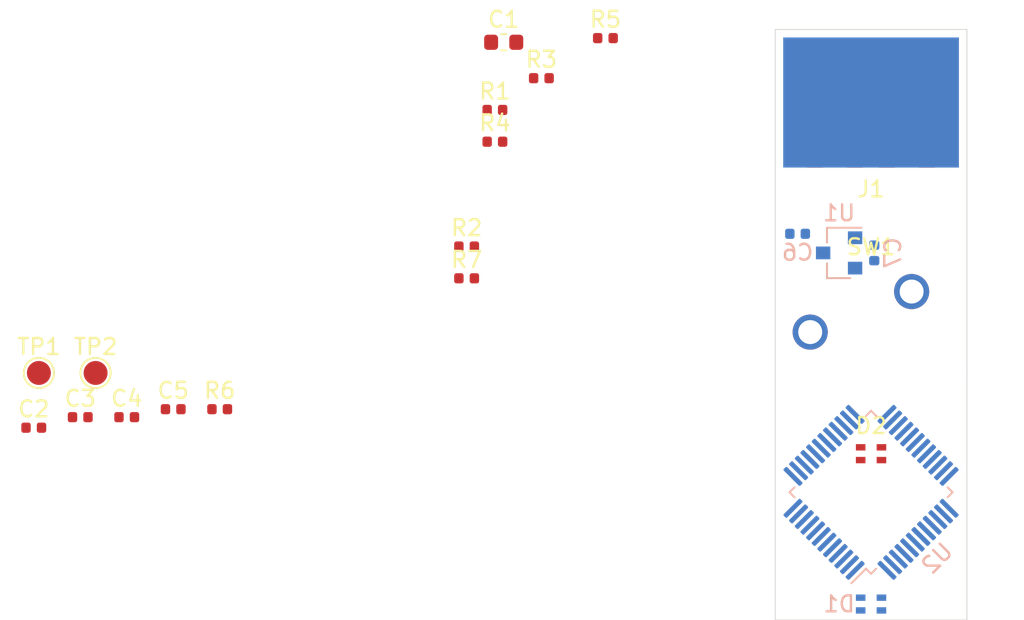
<source format=kicad_pcb>
(kicad_pcb (version 20171130) (host pcbnew 5.1.6)

  (general
    (thickness 1.6)
    (drawings 4)
    (tracks 0)
    (zones 0)
    (modules 22)
    (nets 48)
  )

  (page A4)
  (layers
    (0 F.Cu signal)
    (31 B.Cu signal)
    (32 B.Adhes user)
    (33 F.Adhes user)
    (34 B.Paste user)
    (35 F.Paste user)
    (36 B.SilkS user)
    (37 F.SilkS user)
    (38 B.Mask user)
    (39 F.Mask user)
    (40 Dwgs.User user)
    (41 Cmts.User user)
    (42 Eco1.User user)
    (43 Eco2.User user)
    (44 Edge.Cuts user)
    (45 Margin user)
    (46 B.CrtYd user)
    (47 F.CrtYd user)
    (48 B.Fab user)
    (49 F.Fab user)
  )

  (setup
    (last_trace_width 0.25)
    (trace_clearance 0.2)
    (zone_clearance 0.508)
    (zone_45_only no)
    (trace_min 0.2)
    (via_size 0.8)
    (via_drill 0.4)
    (via_min_size 0.6)
    (via_min_drill 0.3)
    (uvia_size 0.3)
    (uvia_drill 0.1)
    (uvias_allowed no)
    (uvia_min_size 0.2)
    (uvia_min_drill 0.1)
    (edge_width 0.05)
    (segment_width 0.2)
    (pcb_text_width 0.3)
    (pcb_text_size 1.5 1.5)
    (mod_edge_width 0.12)
    (mod_text_size 1 1)
    (mod_text_width 0.15)
    (pad_size 1.524 1.524)
    (pad_drill 0.762)
    (pad_to_mask_clearance 0.05)
    (aux_axis_origin 0 0)
    (visible_elements FFFFF77F)
    (pcbplotparams
      (layerselection 0x010fc_ffffffff)
      (usegerberextensions false)
      (usegerberattributes true)
      (usegerberadvancedattributes true)
      (creategerberjobfile true)
      (excludeedgelayer true)
      (linewidth 0.100000)
      (plotframeref false)
      (viasonmask false)
      (mode 1)
      (useauxorigin false)
      (hpglpennumber 1)
      (hpglpenspeed 20)
      (hpglpendiameter 15.000000)
      (psnegative false)
      (psa4output false)
      (plotreference true)
      (plotvalue true)
      (plotinvisibletext false)
      (padsonsilk false)
      (subtractmaskfromsilk false)
      (outputformat 1)
      (mirror false)
      (drillshape 1)
      (scaleselection 1)
      (outputdirectory ""))
  )

  (net 0 "")
  (net 1 GND)
  (net 2 +3V3)
  (net 3 VBUS)
  (net 4 "Net-(D1-Pad4)")
  (net 5 "Net-(D1-Pad3)")
  (net 6 "Net-(D1-Pad1)")
  (net 7 "Net-(D2-Pad4)")
  (net 8 "Net-(D2-Pad3)")
  (net 9 "Net-(D2-Pad1)")
  (net 10 /D+)
  (net 11 /D-)
  (net 12 /BTN1)
  (net 13 /LED1_R)
  (net 14 /LED1_G)
  (net 15 /LED1_B)
  (net 16 /LED2_R)
  (net 17 /LED2_G)
  (net 18 /LED2_B)
  (net 19 /SWDIO)
  (net 20 /SWCLK)
  (net 21 "Net-(U2-Pad46)")
  (net 22 "Net-(U2-Pad45)")
  (net 23 "Net-(U2-Pad43)")
  (net 24 "Net-(U2-Pad42)")
  (net 25 "Net-(U2-Pad40)")
  (net 26 "Net-(U2-Pad39)")
  (net 27 "Net-(U2-Pad38)")
  (net 28 "Net-(U2-Pad31)")
  (net 29 "Net-(U2-Pad30)")
  (net 30 "Net-(U2-Pad29)")
  (net 31 "Net-(U2-Pad28)")
  (net 32 "Net-(U2-Pad27)")
  (net 33 "Net-(U2-Pad26)")
  (net 34 "Net-(U2-Pad25)")
  (net 35 "Net-(U2-Pad22)")
  (net 36 "Net-(U2-Pad21)")
  (net 37 "Net-(U2-Pad20)")
  (net 38 "Net-(U2-Pad17)")
  (net 39 "Net-(U2-Pad16)")
  (net 40 "Net-(U2-Pad15)")
  (net 41 "Net-(U2-Pad14)")
  (net 42 "Net-(U2-Pad7)")
  (net 43 "Net-(U2-Pad6)")
  (net 44 "Net-(U2-Pad5)")
  (net 45 "Net-(U2-Pad4)")
  (net 46 "Net-(U2-Pad3)")
  (net 47 "Net-(U2-Pad2)")

  (net_class Default "This is the default net class."
    (clearance 0.2)
    (trace_width 0.25)
    (via_dia 0.8)
    (via_drill 0.4)
    (uvia_dia 0.3)
    (uvia_drill 0.1)
    (add_net +3V3)
    (add_net /BTN1)
    (add_net /D+)
    (add_net /D-)
    (add_net /LED1_B)
    (add_net /LED1_G)
    (add_net /LED1_R)
    (add_net /LED2_B)
    (add_net /LED2_G)
    (add_net /LED2_R)
    (add_net /SWCLK)
    (add_net /SWDIO)
    (add_net GND)
    (add_net "Net-(D1-Pad1)")
    (add_net "Net-(D1-Pad3)")
    (add_net "Net-(D1-Pad4)")
    (add_net "Net-(D2-Pad1)")
    (add_net "Net-(D2-Pad3)")
    (add_net "Net-(D2-Pad4)")
    (add_net "Net-(U2-Pad14)")
    (add_net "Net-(U2-Pad15)")
    (add_net "Net-(U2-Pad16)")
    (add_net "Net-(U2-Pad17)")
    (add_net "Net-(U2-Pad2)")
    (add_net "Net-(U2-Pad20)")
    (add_net "Net-(U2-Pad21)")
    (add_net "Net-(U2-Pad22)")
    (add_net "Net-(U2-Pad25)")
    (add_net "Net-(U2-Pad26)")
    (add_net "Net-(U2-Pad27)")
    (add_net "Net-(U2-Pad28)")
    (add_net "Net-(U2-Pad29)")
    (add_net "Net-(U2-Pad3)")
    (add_net "Net-(U2-Pad30)")
    (add_net "Net-(U2-Pad31)")
    (add_net "Net-(U2-Pad38)")
    (add_net "Net-(U2-Pad39)")
    (add_net "Net-(U2-Pad4)")
    (add_net "Net-(U2-Pad40)")
    (add_net "Net-(U2-Pad42)")
    (add_net "Net-(U2-Pad43)")
    (add_net "Net-(U2-Pad45)")
    (add_net "Net-(U2-Pad46)")
    (add_net "Net-(U2-Pad5)")
    (add_net "Net-(U2-Pad6)")
    (add_net "Net-(U2-Pad7)")
    (add_net VBUS)
  )

  (module Button_Switch_Keyboard:SW_Cherry_MX_1.00u_PCB (layer F.Cu) (tedit 5F944CC9) (tstamp 5F92DCF2)
    (at 152.54 66.42)
    (descr "Cherry MX keyswitch, 1.00u, PCB mount, http://cherryamericas.com/wp-content/uploads/2014/12/mx_cat.pdf")
    (tags "Cherry MX keyswitch 1.00u PCB")
    (path /5F925207)
    (fp_text reference SW1 (at -2.54 -2.794) (layer F.SilkS)
      (effects (font (size 1 1) (thickness 0.15)))
    )
    (fp_text value MXxx-xxxx (at -2.54 12.954) (layer F.Fab)
      (effects (font (size 1 1) (thickness 0.15)))
    )
    (fp_line (start -8.89 -1.27) (end 3.81 -1.27) (layer F.Fab) (width 0.1))
    (fp_line (start 3.81 -1.27) (end 3.81 11.43) (layer F.Fab) (width 0.1))
    (fp_line (start 3.81 11.43) (end -8.89 11.43) (layer F.Fab) (width 0.1))
    (fp_line (start -8.89 11.43) (end -8.89 -1.27) (layer F.Fab) (width 0.1))
    (fp_line (start -9.14 11.68) (end -9.14 -1.52) (layer F.CrtYd) (width 0.05))
    (fp_line (start 4.06 11.68) (end -9.14 11.68) (layer F.CrtYd) (width 0.05))
    (fp_line (start 4.06 -1.52) (end 4.06 11.68) (layer F.CrtYd) (width 0.05))
    (fp_line (start -9.14 -1.52) (end 4.06 -1.52) (layer F.CrtYd) (width 0.05))
    (fp_line (start -12.065 -4.445) (end 6.985 -4.445) (layer Dwgs.User) (width 0.15))
    (fp_line (start 6.985 -4.445) (end 6.985 14.605) (layer Dwgs.User) (width 0.15))
    (fp_line (start 6.985 14.605) (end -12.065 14.605) (layer Dwgs.User) (width 0.15))
    (fp_line (start -12.065 14.605) (end -12.065 -4.445) (layer Dwgs.User) (width 0.15))
    (fp_text user %R (at -2.54 -2.794) (layer F.Fab)
      (effects (font (size 1 1) (thickness 0.15)))
    )
    (pad "" np_thru_hole circle (at 2.54 5.08) (size 1.7 1.7) (drill 1.7) (layers *.Cu *.Mask))
    (pad "" np_thru_hole circle (at -7.62 5.08) (size 1.7 1.7) (drill 1.7) (layers *.Cu *.Mask))
    (pad "" np_thru_hole circle (at -2.54 5.08) (size 4 4) (drill 4) (layers *.Cu *.Mask))
    (pad 2 thru_hole circle (at -6.35 2.54) (size 2.2 2.2) (drill 1.5) (layers *.Cu *.Mask)
      (net 2 +3V3))
    (pad 1 thru_hole circle (at 0 0) (size 2.2 2.2) (drill 1.5) (layers *.Cu *.Mask)
      (net 12 /BTN1))
    (model ${KISYS3DMOD}/Button_Switch_Keyboard.3dshapes/SW_Cherry_MX_1.00u_PCB.wrl
      (at (xyz 0 0 0))
      (scale (xyz 1 1 1))
      (rotate (xyz 0 0 0))
    )
  )

  (module Capacitor_SMD:C_0402_1005Metric (layer B.Cu) (tedit 5B301BBE) (tstamp 5F92C15E)
    (at 145.4 62.8)
    (descr "Capacitor SMD 0402 (1005 Metric), square (rectangular) end terminal, IPC_7351 nominal, (Body size source: http://www.tortai-tech.com/upload/download/2011102023233369053.pdf), generated with kicad-footprint-generator")
    (tags capacitor)
    (path /5F93753A)
    (attr smd)
    (fp_text reference C6 (at 0 1.17) (layer B.SilkS)
      (effects (font (size 1 1) (thickness 0.15)) (justify mirror))
    )
    (fp_text value 1u (at 0 -1.17) (layer B.Fab)
      (effects (font (size 1 1) (thickness 0.15)) (justify mirror))
    )
    (fp_line (start -0.5 -0.25) (end -0.5 0.25) (layer B.Fab) (width 0.1))
    (fp_line (start -0.5 0.25) (end 0.5 0.25) (layer B.Fab) (width 0.1))
    (fp_line (start 0.5 0.25) (end 0.5 -0.25) (layer B.Fab) (width 0.1))
    (fp_line (start 0.5 -0.25) (end -0.5 -0.25) (layer B.Fab) (width 0.1))
    (fp_line (start -0.93 -0.47) (end -0.93 0.47) (layer B.CrtYd) (width 0.05))
    (fp_line (start -0.93 0.47) (end 0.93 0.47) (layer B.CrtYd) (width 0.05))
    (fp_line (start 0.93 0.47) (end 0.93 -0.47) (layer B.CrtYd) (width 0.05))
    (fp_line (start 0.93 -0.47) (end -0.93 -0.47) (layer B.CrtYd) (width 0.05))
    (fp_text user %R (at 0 0) (layer B.Fab)
      (effects (font (size 0.25 0.25) (thickness 0.04)) (justify mirror))
    )
    (pad 2 smd roundrect (at 0.485 0) (size 0.59 0.64) (layers B.Cu B.Paste B.Mask) (roundrect_rratio 0.25)
      (net 1 GND))
    (pad 1 smd roundrect (at -0.485 0) (size 0.59 0.64) (layers B.Cu B.Paste B.Mask) (roundrect_rratio 0.25)
      (net 3 VBUS))
    (model ${KISYS3DMOD}/Capacitor_SMD.3dshapes/C_0402_1005Metric.wrl
      (at (xyz 0 0 0))
      (scale (xyz 1 1 1))
      (rotate (xyz 0 0 0))
    )
  )

  (module Package_QFP:LQFP-48_7x7mm_P0.5mm (layer B.Cu) (tedit 5D9F72AF) (tstamp 5F92E9DF)
    (at 150 79 45)
    (descr "LQFP, 48 Pin (https://www.analog.com/media/en/technical-documentation/data-sheets/ltc2358-16.pdf), generated with kicad-footprint-generator ipc_gullwing_generator.py")
    (tags "LQFP QFP")
    (path /5F878F8D)
    (attr smd)
    (fp_text reference U2 (at 0 5.85 45) (layer B.SilkS)
      (effects (font (size 1 1) (thickness 0.15)) (justify mirror))
    )
    (fp_text value STM32F072CBT6 (at 0 -5.85 45) (layer B.Fab)
      (effects (font (size 1 1) (thickness 0.15)) (justify mirror))
    )
    (fp_line (start 3.16 -3.61) (end 3.61 -3.61) (layer B.SilkS) (width 0.12))
    (fp_line (start 3.61 -3.61) (end 3.61 -3.16) (layer B.SilkS) (width 0.12))
    (fp_line (start -3.16 -3.61) (end -3.61 -3.61) (layer B.SilkS) (width 0.12))
    (fp_line (start -3.61 -3.61) (end -3.61 -3.16) (layer B.SilkS) (width 0.12))
    (fp_line (start 3.16 3.61) (end 3.61 3.61) (layer B.SilkS) (width 0.12))
    (fp_line (start 3.61 3.61) (end 3.61 3.16) (layer B.SilkS) (width 0.12))
    (fp_line (start -3.16 3.61) (end -3.61 3.61) (layer B.SilkS) (width 0.12))
    (fp_line (start -3.61 3.61) (end -3.61 3.16) (layer B.SilkS) (width 0.12))
    (fp_line (start -3.61 3.16) (end -4.9 3.16) (layer B.SilkS) (width 0.12))
    (fp_line (start -2.5 3.5) (end 3.5 3.5) (layer B.Fab) (width 0.1))
    (fp_line (start 3.5 3.5) (end 3.5 -3.5) (layer B.Fab) (width 0.1))
    (fp_line (start 3.5 -3.5) (end -3.5 -3.5) (layer B.Fab) (width 0.1))
    (fp_line (start -3.5 -3.5) (end -3.5 2.5) (layer B.Fab) (width 0.1))
    (fp_line (start -3.5 2.5) (end -2.5 3.5) (layer B.Fab) (width 0.1))
    (fp_line (start 0 5.15) (end -3.15 5.15) (layer B.CrtYd) (width 0.05))
    (fp_line (start -3.15 5.15) (end -3.15 3.75) (layer B.CrtYd) (width 0.05))
    (fp_line (start -3.15 3.75) (end -3.75 3.75) (layer B.CrtYd) (width 0.05))
    (fp_line (start -3.75 3.75) (end -3.75 3.15) (layer B.CrtYd) (width 0.05))
    (fp_line (start -3.75 3.15) (end -5.15 3.15) (layer B.CrtYd) (width 0.05))
    (fp_line (start -5.15 3.15) (end -5.15 0) (layer B.CrtYd) (width 0.05))
    (fp_line (start 0 5.15) (end 3.15 5.15) (layer B.CrtYd) (width 0.05))
    (fp_line (start 3.15 5.15) (end 3.15 3.75) (layer B.CrtYd) (width 0.05))
    (fp_line (start 3.15 3.75) (end 3.75 3.75) (layer B.CrtYd) (width 0.05))
    (fp_line (start 3.75 3.75) (end 3.75 3.15) (layer B.CrtYd) (width 0.05))
    (fp_line (start 3.75 3.15) (end 5.15 3.15) (layer B.CrtYd) (width 0.05))
    (fp_line (start 5.15 3.15) (end 5.15 0) (layer B.CrtYd) (width 0.05))
    (fp_line (start 0 -5.15) (end -3.15 -5.15) (layer B.CrtYd) (width 0.05))
    (fp_line (start -3.15 -5.15) (end -3.15 -3.75) (layer B.CrtYd) (width 0.05))
    (fp_line (start -3.15 -3.75) (end -3.75 -3.75) (layer B.CrtYd) (width 0.05))
    (fp_line (start -3.75 -3.75) (end -3.75 -3.15) (layer B.CrtYd) (width 0.05))
    (fp_line (start -3.75 -3.15) (end -5.15 -3.15) (layer B.CrtYd) (width 0.05))
    (fp_line (start -5.15 -3.15) (end -5.15 0) (layer B.CrtYd) (width 0.05))
    (fp_line (start 0 -5.15) (end 3.15 -5.15) (layer B.CrtYd) (width 0.05))
    (fp_line (start 3.15 -5.15) (end 3.15 -3.75) (layer B.CrtYd) (width 0.05))
    (fp_line (start 3.15 -3.75) (end 3.75 -3.75) (layer B.CrtYd) (width 0.05))
    (fp_line (start 3.75 -3.75) (end 3.75 -3.15) (layer B.CrtYd) (width 0.05))
    (fp_line (start 3.75 -3.15) (end 5.15 -3.15) (layer B.CrtYd) (width 0.05))
    (fp_line (start 5.15 -3.15) (end 5.15 0) (layer B.CrtYd) (width 0.05))
    (fp_text user %R (at 0 0 45) (layer B.Fab)
      (effects (font (size 1 1) (thickness 0.15)) (justify mirror))
    )
    (pad 48 smd roundrect (at -2.75 4.1625 45) (size 0.3 1.475) (layers B.Cu B.Paste B.Mask) (roundrect_rratio 0.25)
      (net 2 +3V3))
    (pad 47 smd roundrect (at -2.25 4.1625 45) (size 0.3 1.475) (layers B.Cu B.Paste B.Mask) (roundrect_rratio 0.25)
      (net 1 GND))
    (pad 46 smd roundrect (at -1.75 4.1625 45) (size 0.3 1.475) (layers B.Cu B.Paste B.Mask) (roundrect_rratio 0.25)
      (net 21 "Net-(U2-Pad46)"))
    (pad 45 smd roundrect (at -1.25 4.1625 45) (size 0.3 1.475) (layers B.Cu B.Paste B.Mask) (roundrect_rratio 0.25)
      (net 22 "Net-(U2-Pad45)"))
    (pad 44 smd roundrect (at -0.75 4.1625 45) (size 0.3 1.475) (layers B.Cu B.Paste B.Mask) (roundrect_rratio 0.25)
      (net 12 /BTN1))
    (pad 43 smd roundrect (at -0.25 4.1625 45) (size 0.3 1.475) (layers B.Cu B.Paste B.Mask) (roundrect_rratio 0.25)
      (net 23 "Net-(U2-Pad43)"))
    (pad 42 smd roundrect (at 0.25 4.1625 45) (size 0.3 1.475) (layers B.Cu B.Paste B.Mask) (roundrect_rratio 0.25)
      (net 24 "Net-(U2-Pad42)"))
    (pad 41 smd roundrect (at 0.75 4.1625 45) (size 0.3 1.475) (layers B.Cu B.Paste B.Mask) (roundrect_rratio 0.25)
      (net 18 /LED2_B))
    (pad 40 smd roundrect (at 1.25 4.1625 45) (size 0.3 1.475) (layers B.Cu B.Paste B.Mask) (roundrect_rratio 0.25)
      (net 25 "Net-(U2-Pad40)"))
    (pad 39 smd roundrect (at 1.75 4.1625 45) (size 0.3 1.475) (layers B.Cu B.Paste B.Mask) (roundrect_rratio 0.25)
      (net 26 "Net-(U2-Pad39)"))
    (pad 38 smd roundrect (at 2.25 4.1625 45) (size 0.3 1.475) (layers B.Cu B.Paste B.Mask) (roundrect_rratio 0.25)
      (net 27 "Net-(U2-Pad38)"))
    (pad 37 smd roundrect (at 2.75 4.1625 45) (size 0.3 1.475) (layers B.Cu B.Paste B.Mask) (roundrect_rratio 0.25)
      (net 20 /SWCLK))
    (pad 36 smd roundrect (at 4.1625 2.75 45) (size 1.475 0.3) (layers B.Cu B.Paste B.Mask) (roundrect_rratio 0.25)
      (net 2 +3V3))
    (pad 35 smd roundrect (at 4.1625 2.25 45) (size 1.475 0.3) (layers B.Cu B.Paste B.Mask) (roundrect_rratio 0.25)
      (net 1 GND))
    (pad 34 smd roundrect (at 4.1625 1.75 45) (size 1.475 0.3) (layers B.Cu B.Paste B.Mask) (roundrect_rratio 0.25)
      (net 19 /SWDIO))
    (pad 33 smd roundrect (at 4.1625 1.25 45) (size 1.475 0.3) (layers B.Cu B.Paste B.Mask) (roundrect_rratio 0.25)
      (net 10 /D+))
    (pad 32 smd roundrect (at 4.1625 0.75 45) (size 1.475 0.3) (layers B.Cu B.Paste B.Mask) (roundrect_rratio 0.25)
      (net 11 /D-))
    (pad 31 smd roundrect (at 4.1625 0.25 45) (size 1.475 0.3) (layers B.Cu B.Paste B.Mask) (roundrect_rratio 0.25)
      (net 28 "Net-(U2-Pad31)"))
    (pad 30 smd roundrect (at 4.1625 -0.25 45) (size 1.475 0.3) (layers B.Cu B.Paste B.Mask) (roundrect_rratio 0.25)
      (net 29 "Net-(U2-Pad30)"))
    (pad 29 smd roundrect (at 4.1625 -0.75 45) (size 1.475 0.3) (layers B.Cu B.Paste B.Mask) (roundrect_rratio 0.25)
      (net 30 "Net-(U2-Pad29)"))
    (pad 28 smd roundrect (at 4.1625 -1.25 45) (size 1.475 0.3) (layers B.Cu B.Paste B.Mask) (roundrect_rratio 0.25)
      (net 31 "Net-(U2-Pad28)"))
    (pad 27 smd roundrect (at 4.1625 -1.75 45) (size 1.475 0.3) (layers B.Cu B.Paste B.Mask) (roundrect_rratio 0.25)
      (net 32 "Net-(U2-Pad27)"))
    (pad 26 smd roundrect (at 4.1625 -2.25 45) (size 1.475 0.3) (layers B.Cu B.Paste B.Mask) (roundrect_rratio 0.25)
      (net 33 "Net-(U2-Pad26)"))
    (pad 25 smd roundrect (at 4.1625 -2.75 45) (size 1.475 0.3) (layers B.Cu B.Paste B.Mask) (roundrect_rratio 0.25)
      (net 34 "Net-(U2-Pad25)"))
    (pad 24 smd roundrect (at 2.75 -4.1625 45) (size 0.3 1.475) (layers B.Cu B.Paste B.Mask) (roundrect_rratio 0.25)
      (net 2 +3V3))
    (pad 23 smd roundrect (at 2.25 -4.1625 45) (size 0.3 1.475) (layers B.Cu B.Paste B.Mask) (roundrect_rratio 0.25)
      (net 1 GND))
    (pad 22 smd roundrect (at 1.75 -4.1625 45) (size 0.3 1.475) (layers B.Cu B.Paste B.Mask) (roundrect_rratio 0.25)
      (net 35 "Net-(U2-Pad22)"))
    (pad 21 smd roundrect (at 1.25 -4.1625 45) (size 0.3 1.475) (layers B.Cu B.Paste B.Mask) (roundrect_rratio 0.25)
      (net 36 "Net-(U2-Pad21)"))
    (pad 20 smd roundrect (at 0.75 -4.1625 45) (size 0.3 1.475) (layers B.Cu B.Paste B.Mask) (roundrect_rratio 0.25)
      (net 37 "Net-(U2-Pad20)"))
    (pad 19 smd roundrect (at 0.25 -4.1625 45) (size 0.3 1.475) (layers B.Cu B.Paste B.Mask) (roundrect_rratio 0.25)
      (net 16 /LED2_R))
    (pad 18 smd roundrect (at -0.25 -4.1625 45) (size 0.3 1.475) (layers B.Cu B.Paste B.Mask) (roundrect_rratio 0.25)
      (net 17 /LED2_G))
    (pad 17 smd roundrect (at -0.75 -4.1625 45) (size 0.3 1.475) (layers B.Cu B.Paste B.Mask) (roundrect_rratio 0.25)
      (net 38 "Net-(U2-Pad17)"))
    (pad 16 smd roundrect (at -1.25 -4.1625 45) (size 0.3 1.475) (layers B.Cu B.Paste B.Mask) (roundrect_rratio 0.25)
      (net 39 "Net-(U2-Pad16)"))
    (pad 15 smd roundrect (at -1.75 -4.1625 45) (size 0.3 1.475) (layers B.Cu B.Paste B.Mask) (roundrect_rratio 0.25)
      (net 40 "Net-(U2-Pad15)"))
    (pad 14 smd roundrect (at -2.25 -4.1625 45) (size 0.3 1.475) (layers B.Cu B.Paste B.Mask) (roundrect_rratio 0.25)
      (net 41 "Net-(U2-Pad14)"))
    (pad 13 smd roundrect (at -2.75 -4.1625 45) (size 0.3 1.475) (layers B.Cu B.Paste B.Mask) (roundrect_rratio 0.25)
      (net 12 /BTN1))
    (pad 12 smd roundrect (at -4.1625 -2.75 45) (size 1.475 0.3) (layers B.Cu B.Paste B.Mask) (roundrect_rratio 0.25)
      (net 13 /LED1_R))
    (pad 11 smd roundrect (at -4.1625 -2.25 45) (size 1.475 0.3) (layers B.Cu B.Paste B.Mask) (roundrect_rratio 0.25)
      (net 14 /LED1_G))
    (pad 10 smd roundrect (at -4.1625 -1.75 45) (size 1.475 0.3) (layers B.Cu B.Paste B.Mask) (roundrect_rratio 0.25)
      (net 15 /LED1_B))
    (pad 9 smd roundrect (at -4.1625 -1.25 45) (size 1.475 0.3) (layers B.Cu B.Paste B.Mask) (roundrect_rratio 0.25)
      (net 2 +3V3))
    (pad 8 smd roundrect (at -4.1625 -0.75 45) (size 1.475 0.3) (layers B.Cu B.Paste B.Mask) (roundrect_rratio 0.25)
      (net 1 GND))
    (pad 7 smd roundrect (at -4.1625 -0.25 45) (size 1.475 0.3) (layers B.Cu B.Paste B.Mask) (roundrect_rratio 0.25)
      (net 42 "Net-(U2-Pad7)"))
    (pad 6 smd roundrect (at -4.1625 0.25 45) (size 1.475 0.3) (layers B.Cu B.Paste B.Mask) (roundrect_rratio 0.25)
      (net 43 "Net-(U2-Pad6)"))
    (pad 5 smd roundrect (at -4.1625 0.75 45) (size 1.475 0.3) (layers B.Cu B.Paste B.Mask) (roundrect_rratio 0.25)
      (net 44 "Net-(U2-Pad5)"))
    (pad 4 smd roundrect (at -4.1625 1.25 45) (size 1.475 0.3) (layers B.Cu B.Paste B.Mask) (roundrect_rratio 0.25)
      (net 45 "Net-(U2-Pad4)"))
    (pad 3 smd roundrect (at -4.1625 1.75 45) (size 1.475 0.3) (layers B.Cu B.Paste B.Mask) (roundrect_rratio 0.25)
      (net 46 "Net-(U2-Pad3)"))
    (pad 2 smd roundrect (at -4.1625 2.25 45) (size 1.475 0.3) (layers B.Cu B.Paste B.Mask) (roundrect_rratio 0.25)
      (net 47 "Net-(U2-Pad2)"))
    (pad 1 smd roundrect (at -4.1625 2.75 45) (size 1.475 0.3) (layers B.Cu B.Paste B.Mask) (roundrect_rratio 0.25)
      (net 2 +3V3))
    (model ${KISYS3DMOD}/Package_QFP.3dshapes/LQFP-48_7x7mm_P0.5mm.wrl
      (at (xyz 0 0 0))
      (scale (xyz 1 1 1))
      (rotate (xyz 0 0 0))
    )
  )

  (module Package_TO_SOT_SMD:SOT-23 (layer B.Cu) (tedit 5A02FF57) (tstamp 5F92B4F1)
    (at 148 64 180)
    (descr "SOT-23, Standard")
    (tags SOT-23)
    (path /5FA01775)
    (attr smd)
    (fp_text reference U1 (at 0 2.5) (layer B.SilkS)
      (effects (font (size 1 1) (thickness 0.15)) (justify mirror))
    )
    (fp_text value XC6206P332MR (at 0 -2.5) (layer B.Fab)
      (effects (font (size 1 1) (thickness 0.15)) (justify mirror))
    )
    (fp_line (start 0.76 -1.58) (end -0.7 -1.58) (layer B.SilkS) (width 0.12))
    (fp_line (start 0.76 1.58) (end -1.4 1.58) (layer B.SilkS) (width 0.12))
    (fp_line (start -1.7 -1.75) (end -1.7 1.75) (layer B.CrtYd) (width 0.05))
    (fp_line (start 1.7 -1.75) (end -1.7 -1.75) (layer B.CrtYd) (width 0.05))
    (fp_line (start 1.7 1.75) (end 1.7 -1.75) (layer B.CrtYd) (width 0.05))
    (fp_line (start -1.7 1.75) (end 1.7 1.75) (layer B.CrtYd) (width 0.05))
    (fp_line (start 0.76 1.58) (end 0.76 0.65) (layer B.SilkS) (width 0.12))
    (fp_line (start 0.76 -1.58) (end 0.76 -0.65) (layer B.SilkS) (width 0.12))
    (fp_line (start -0.7 -1.52) (end 0.7 -1.52) (layer B.Fab) (width 0.1))
    (fp_line (start 0.7 1.52) (end 0.7 -1.52) (layer B.Fab) (width 0.1))
    (fp_line (start -0.7 0.95) (end -0.15 1.52) (layer B.Fab) (width 0.1))
    (fp_line (start -0.15 1.52) (end 0.7 1.52) (layer B.Fab) (width 0.1))
    (fp_line (start -0.7 0.95) (end -0.7 -1.5) (layer B.Fab) (width 0.1))
    (fp_text user %R (at 0 0 -90) (layer B.Fab)
      (effects (font (size 0.5 0.5) (thickness 0.075)) (justify mirror))
    )
    (pad 1 smd rect (at -1 0.95 180) (size 0.9 0.8) (layers B.Cu B.Paste B.Mask)
      (net 1 GND))
    (pad 2 smd rect (at -1 -0.95 180) (size 0.9 0.8) (layers B.Cu B.Paste B.Mask)
      (net 2 +3V3))
    (pad 3 smd rect (at 1 0 180) (size 0.9 0.8) (layers B.Cu B.Paste B.Mask)
      (net 3 VBUS))
    (model ${KISYS3DMOD}/Package_TO_SOT_SMD.3dshapes/SOT-23.wrl
      (at (xyz 0 0 0))
      (scale (xyz 1 1 1))
      (rotate (xyz 0 0 0))
    )
  )

  (module TestPoint:TestPoint_Pad_D1.5mm (layer F.Cu) (tedit 5A0F774F) (tstamp 5F92A952)
    (at 101.45 71.52)
    (descr "SMD pad as test Point, diameter 1.5mm")
    (tags "test point SMD pad")
    (path /5FCB2854)
    (attr virtual)
    (fp_text reference TP2 (at 0 -1.648) (layer F.SilkS)
      (effects (font (size 1 1) (thickness 0.15)))
    )
    (fp_text value SWCLK (at 0 1.75) (layer F.Fab)
      (effects (font (size 1 1) (thickness 0.15)))
    )
    (fp_circle (center 0 0) (end 1.25 0) (layer F.CrtYd) (width 0.05))
    (fp_circle (center 0 0) (end 0 0.95) (layer F.SilkS) (width 0.12))
    (fp_text user %R (at 0 -1.65) (layer F.Fab)
      (effects (font (size 1 1) (thickness 0.15)))
    )
    (pad 1 smd circle (at 0 0) (size 1.5 1.5) (layers F.Cu F.Mask)
      (net 20 /SWCLK))
  )

  (module TestPoint:TestPoint_Pad_D1.5mm (layer F.Cu) (tedit 5A0F774F) (tstamp 5F92A94A)
    (at 97.9 71.52)
    (descr "SMD pad as test Point, diameter 1.5mm")
    (tags "test point SMD pad")
    (path /5FCAA338)
    (attr virtual)
    (fp_text reference TP1 (at 0 -1.648) (layer F.SilkS)
      (effects (font (size 1 1) (thickness 0.15)))
    )
    (fp_text value SWDIO (at 0 1.75) (layer F.Fab)
      (effects (font (size 1 1) (thickness 0.15)))
    )
    (fp_circle (center 0 0) (end 1.25 0) (layer F.CrtYd) (width 0.05))
    (fp_circle (center 0 0) (end 0 0.95) (layer F.SilkS) (width 0.12))
    (fp_text user %R (at 0 -1.65) (layer F.Fab)
      (effects (font (size 1 1) (thickness 0.15)))
    )
    (pad 1 smd circle (at 0 0) (size 1.5 1.5) (layers F.Cu F.Mask)
      (net 19 /SWDIO))
  )

  (module Resistor_SMD:R_0402_1005Metric (layer F.Cu) (tedit 5B301BBD) (tstamp 5F92A928)
    (at 124.68 65.59)
    (descr "Resistor SMD 0402 (1005 Metric), square (rectangular) end terminal, IPC_7351 nominal, (Body size source: http://www.tortai-tech.com/upload/download/2011102023233369053.pdf), generated with kicad-footprint-generator")
    (tags resistor)
    (path /5FDA0D19)
    (attr smd)
    (fp_text reference R7 (at 0 -1.17) (layer F.SilkS)
      (effects (font (size 1 1) (thickness 0.15)))
    )
    (fp_text value 1k (at 0 1.17) (layer F.Fab)
      (effects (font (size 1 1) (thickness 0.15)))
    )
    (fp_line (start -0.5 0.25) (end -0.5 -0.25) (layer F.Fab) (width 0.1))
    (fp_line (start -0.5 -0.25) (end 0.5 -0.25) (layer F.Fab) (width 0.1))
    (fp_line (start 0.5 -0.25) (end 0.5 0.25) (layer F.Fab) (width 0.1))
    (fp_line (start 0.5 0.25) (end -0.5 0.25) (layer F.Fab) (width 0.1))
    (fp_line (start -0.93 0.47) (end -0.93 -0.47) (layer F.CrtYd) (width 0.05))
    (fp_line (start -0.93 -0.47) (end 0.93 -0.47) (layer F.CrtYd) (width 0.05))
    (fp_line (start 0.93 -0.47) (end 0.93 0.47) (layer F.CrtYd) (width 0.05))
    (fp_line (start 0.93 0.47) (end -0.93 0.47) (layer F.CrtYd) (width 0.05))
    (fp_text user %R (at 0 0) (layer F.Fab)
      (effects (font (size 0.25 0.25) (thickness 0.04)))
    )
    (pad 2 smd roundrect (at 0.485 0) (size 0.59 0.64) (layers F.Cu F.Paste F.Mask) (roundrect_rratio 0.25)
      (net 8 "Net-(D2-Pad3)"))
    (pad 1 smd roundrect (at -0.485 0) (size 0.59 0.64) (layers F.Cu F.Paste F.Mask) (roundrect_rratio 0.25)
      (net 18 /LED2_B))
    (model ${KISYS3DMOD}/Resistor_SMD.3dshapes/R_0402_1005Metric.wrl
      (at (xyz 0 0 0))
      (scale (xyz 1 1 1))
      (rotate (xyz 0 0 0))
    )
  )

  (module Resistor_SMD:R_0402_1005Metric (layer F.Cu) (tedit 5B301BBD) (tstamp 5F92A919)
    (at 109.22 73.79)
    (descr "Resistor SMD 0402 (1005 Metric), square (rectangular) end terminal, IPC_7351 nominal, (Body size source: http://www.tortai-tech.com/upload/download/2011102023233369053.pdf), generated with kicad-footprint-generator")
    (tags resistor)
    (path /5FDA00DF)
    (attr smd)
    (fp_text reference R6 (at 0 -1.17) (layer F.SilkS)
      (effects (font (size 1 1) (thickness 0.15)))
    )
    (fp_text value 1k (at 0 1.17) (layer F.Fab)
      (effects (font (size 1 1) (thickness 0.15)))
    )
    (fp_line (start -0.5 0.25) (end -0.5 -0.25) (layer F.Fab) (width 0.1))
    (fp_line (start -0.5 -0.25) (end 0.5 -0.25) (layer F.Fab) (width 0.1))
    (fp_line (start 0.5 -0.25) (end 0.5 0.25) (layer F.Fab) (width 0.1))
    (fp_line (start 0.5 0.25) (end -0.5 0.25) (layer F.Fab) (width 0.1))
    (fp_line (start -0.93 0.47) (end -0.93 -0.47) (layer F.CrtYd) (width 0.05))
    (fp_line (start -0.93 -0.47) (end 0.93 -0.47) (layer F.CrtYd) (width 0.05))
    (fp_line (start 0.93 -0.47) (end 0.93 0.47) (layer F.CrtYd) (width 0.05))
    (fp_line (start 0.93 0.47) (end -0.93 0.47) (layer F.CrtYd) (width 0.05))
    (fp_text user %R (at 0 0) (layer F.Fab)
      (effects (font (size 0.25 0.25) (thickness 0.04)))
    )
    (pad 2 smd roundrect (at 0.485 0) (size 0.59 0.64) (layers F.Cu F.Paste F.Mask) (roundrect_rratio 0.25)
      (net 7 "Net-(D2-Pad4)"))
    (pad 1 smd roundrect (at -0.485 0) (size 0.59 0.64) (layers F.Cu F.Paste F.Mask) (roundrect_rratio 0.25)
      (net 17 /LED2_G))
    (model ${KISYS3DMOD}/Resistor_SMD.3dshapes/R_0402_1005Metric.wrl
      (at (xyz 0 0 0))
      (scale (xyz 1 1 1))
      (rotate (xyz 0 0 0))
    )
  )

  (module Resistor_SMD:R_0402_1005Metric (layer F.Cu) (tedit 5B301BBD) (tstamp 5F92A90A)
    (at 133.37 50.54)
    (descr "Resistor SMD 0402 (1005 Metric), square (rectangular) end terminal, IPC_7351 nominal, (Body size source: http://www.tortai-tech.com/upload/download/2011102023233369053.pdf), generated with kicad-footprint-generator")
    (tags resistor)
    (path /5FD9D2CE)
    (attr smd)
    (fp_text reference R5 (at 0 -1.17) (layer F.SilkS)
      (effects (font (size 1 1) (thickness 0.15)))
    )
    (fp_text value 1k (at 0 1.17) (layer F.Fab)
      (effects (font (size 1 1) (thickness 0.15)))
    )
    (fp_line (start -0.5 0.25) (end -0.5 -0.25) (layer F.Fab) (width 0.1))
    (fp_line (start -0.5 -0.25) (end 0.5 -0.25) (layer F.Fab) (width 0.1))
    (fp_line (start 0.5 -0.25) (end 0.5 0.25) (layer F.Fab) (width 0.1))
    (fp_line (start 0.5 0.25) (end -0.5 0.25) (layer F.Fab) (width 0.1))
    (fp_line (start -0.93 0.47) (end -0.93 -0.47) (layer F.CrtYd) (width 0.05))
    (fp_line (start -0.93 -0.47) (end 0.93 -0.47) (layer F.CrtYd) (width 0.05))
    (fp_line (start 0.93 -0.47) (end 0.93 0.47) (layer F.CrtYd) (width 0.05))
    (fp_line (start 0.93 0.47) (end -0.93 0.47) (layer F.CrtYd) (width 0.05))
    (fp_text user %R (at 0 0) (layer F.Fab)
      (effects (font (size 0.25 0.25) (thickness 0.04)))
    )
    (pad 2 smd roundrect (at 0.485 0) (size 0.59 0.64) (layers F.Cu F.Paste F.Mask) (roundrect_rratio 0.25)
      (net 9 "Net-(D2-Pad1)"))
    (pad 1 smd roundrect (at -0.485 0) (size 0.59 0.64) (layers F.Cu F.Paste F.Mask) (roundrect_rratio 0.25)
      (net 16 /LED2_R))
    (model ${KISYS3DMOD}/Resistor_SMD.3dshapes/R_0402_1005Metric.wrl
      (at (xyz 0 0 0))
      (scale (xyz 1 1 1))
      (rotate (xyz 0 0 0))
    )
  )

  (module Resistor_SMD:R_0402_1005Metric (layer F.Cu) (tedit 5B301BBD) (tstamp 5F92A8FB)
    (at 126.45 57.03)
    (descr "Resistor SMD 0402 (1005 Metric), square (rectangular) end terminal, IPC_7351 nominal, (Body size source: http://www.tortai-tech.com/upload/download/2011102023233369053.pdf), generated with kicad-footprint-generator")
    (tags resistor)
    (path /5F9366E4)
    (attr smd)
    (fp_text reference R4 (at 0 -1.17) (layer F.SilkS)
      (effects (font (size 1 1) (thickness 0.15)))
    )
    (fp_text value 1k (at 0 1.17) (layer F.Fab)
      (effects (font (size 1 1) (thickness 0.15)))
    )
    (fp_line (start -0.5 0.25) (end -0.5 -0.25) (layer F.Fab) (width 0.1))
    (fp_line (start -0.5 -0.25) (end 0.5 -0.25) (layer F.Fab) (width 0.1))
    (fp_line (start 0.5 -0.25) (end 0.5 0.25) (layer F.Fab) (width 0.1))
    (fp_line (start 0.5 0.25) (end -0.5 0.25) (layer F.Fab) (width 0.1))
    (fp_line (start -0.93 0.47) (end -0.93 -0.47) (layer F.CrtYd) (width 0.05))
    (fp_line (start -0.93 -0.47) (end 0.93 -0.47) (layer F.CrtYd) (width 0.05))
    (fp_line (start 0.93 -0.47) (end 0.93 0.47) (layer F.CrtYd) (width 0.05))
    (fp_line (start 0.93 0.47) (end -0.93 0.47) (layer F.CrtYd) (width 0.05))
    (fp_text user %R (at 0 0) (layer F.Fab)
      (effects (font (size 0.25 0.25) (thickness 0.04)))
    )
    (pad 2 smd roundrect (at 0.485 0) (size 0.59 0.64) (layers F.Cu F.Paste F.Mask) (roundrect_rratio 0.25)
      (net 5 "Net-(D1-Pad3)"))
    (pad 1 smd roundrect (at -0.485 0) (size 0.59 0.64) (layers F.Cu F.Paste F.Mask) (roundrect_rratio 0.25)
      (net 15 /LED1_B))
    (model ${KISYS3DMOD}/Resistor_SMD.3dshapes/R_0402_1005Metric.wrl
      (at (xyz 0 0 0))
      (scale (xyz 1 1 1))
      (rotate (xyz 0 0 0))
    )
  )

  (module Resistor_SMD:R_0402_1005Metric (layer F.Cu) (tedit 5B301BBD) (tstamp 5F92A8EC)
    (at 129.36 53.05)
    (descr "Resistor SMD 0402 (1005 Metric), square (rectangular) end terminal, IPC_7351 nominal, (Body size source: http://www.tortai-tech.com/upload/download/2011102023233369053.pdf), generated with kicad-footprint-generator")
    (tags resistor)
    (path /5F935EFD)
    (attr smd)
    (fp_text reference R3 (at 0 -1.17) (layer F.SilkS)
      (effects (font (size 1 1) (thickness 0.15)))
    )
    (fp_text value 1k (at 0 1.17) (layer F.Fab)
      (effects (font (size 1 1) (thickness 0.15)))
    )
    (fp_line (start -0.5 0.25) (end -0.5 -0.25) (layer F.Fab) (width 0.1))
    (fp_line (start -0.5 -0.25) (end 0.5 -0.25) (layer F.Fab) (width 0.1))
    (fp_line (start 0.5 -0.25) (end 0.5 0.25) (layer F.Fab) (width 0.1))
    (fp_line (start 0.5 0.25) (end -0.5 0.25) (layer F.Fab) (width 0.1))
    (fp_line (start -0.93 0.47) (end -0.93 -0.47) (layer F.CrtYd) (width 0.05))
    (fp_line (start -0.93 -0.47) (end 0.93 -0.47) (layer F.CrtYd) (width 0.05))
    (fp_line (start 0.93 -0.47) (end 0.93 0.47) (layer F.CrtYd) (width 0.05))
    (fp_line (start 0.93 0.47) (end -0.93 0.47) (layer F.CrtYd) (width 0.05))
    (fp_text user %R (at 0 0) (layer F.Fab)
      (effects (font (size 0.25 0.25) (thickness 0.04)))
    )
    (pad 2 smd roundrect (at 0.485 0) (size 0.59 0.64) (layers F.Cu F.Paste F.Mask) (roundrect_rratio 0.25)
      (net 4 "Net-(D1-Pad4)"))
    (pad 1 smd roundrect (at -0.485 0) (size 0.59 0.64) (layers F.Cu F.Paste F.Mask) (roundrect_rratio 0.25)
      (net 14 /LED1_G))
    (model ${KISYS3DMOD}/Resistor_SMD.3dshapes/R_0402_1005Metric.wrl
      (at (xyz 0 0 0))
      (scale (xyz 1 1 1))
      (rotate (xyz 0 0 0))
    )
  )

  (module Resistor_SMD:R_0402_1005Metric (layer F.Cu) (tedit 5B301BBD) (tstamp 5F92A8DD)
    (at 124.68 63.6)
    (descr "Resistor SMD 0402 (1005 Metric), square (rectangular) end terminal, IPC_7351 nominal, (Body size source: http://www.tortai-tech.com/upload/download/2011102023233369053.pdf), generated with kicad-footprint-generator")
    (tags resistor)
    (path /5F9354AF)
    (attr smd)
    (fp_text reference R2 (at 0 -1.17) (layer F.SilkS)
      (effects (font (size 1 1) (thickness 0.15)))
    )
    (fp_text value 1k (at 0 1.17) (layer F.Fab)
      (effects (font (size 1 1) (thickness 0.15)))
    )
    (fp_line (start -0.5 0.25) (end -0.5 -0.25) (layer F.Fab) (width 0.1))
    (fp_line (start -0.5 -0.25) (end 0.5 -0.25) (layer F.Fab) (width 0.1))
    (fp_line (start 0.5 -0.25) (end 0.5 0.25) (layer F.Fab) (width 0.1))
    (fp_line (start 0.5 0.25) (end -0.5 0.25) (layer F.Fab) (width 0.1))
    (fp_line (start -0.93 0.47) (end -0.93 -0.47) (layer F.CrtYd) (width 0.05))
    (fp_line (start -0.93 -0.47) (end 0.93 -0.47) (layer F.CrtYd) (width 0.05))
    (fp_line (start 0.93 -0.47) (end 0.93 0.47) (layer F.CrtYd) (width 0.05))
    (fp_line (start 0.93 0.47) (end -0.93 0.47) (layer F.CrtYd) (width 0.05))
    (fp_text user %R (at 0 0) (layer F.Fab)
      (effects (font (size 0.25 0.25) (thickness 0.04)))
    )
    (pad 2 smd roundrect (at 0.485 0) (size 0.59 0.64) (layers F.Cu F.Paste F.Mask) (roundrect_rratio 0.25)
      (net 6 "Net-(D1-Pad1)"))
    (pad 1 smd roundrect (at -0.485 0) (size 0.59 0.64) (layers F.Cu F.Paste F.Mask) (roundrect_rratio 0.25)
      (net 13 /LED1_R))
    (model ${KISYS3DMOD}/Resistor_SMD.3dshapes/R_0402_1005Metric.wrl
      (at (xyz 0 0 0))
      (scale (xyz 1 1 1))
      (rotate (xyz 0 0 0))
    )
  )

  (module Resistor_SMD:R_0402_1005Metric (layer F.Cu) (tedit 5B301BBD) (tstamp 5F92A8CE)
    (at 126.45 55.04)
    (descr "Resistor SMD 0402 (1005 Metric), square (rectangular) end terminal, IPC_7351 nominal, (Body size source: http://www.tortai-tech.com/upload/download/2011102023233369053.pdf), generated with kicad-footprint-generator")
    (tags resistor)
    (path /5F905B31)
    (attr smd)
    (fp_text reference R1 (at 0 -1.17) (layer F.SilkS)
      (effects (font (size 1 1) (thickness 0.15)))
    )
    (fp_text value 10k (at 0 1.17) (layer F.Fab)
      (effects (font (size 1 1) (thickness 0.15)))
    )
    (fp_line (start -0.5 0.25) (end -0.5 -0.25) (layer F.Fab) (width 0.1))
    (fp_line (start -0.5 -0.25) (end 0.5 -0.25) (layer F.Fab) (width 0.1))
    (fp_line (start 0.5 -0.25) (end 0.5 0.25) (layer F.Fab) (width 0.1))
    (fp_line (start 0.5 0.25) (end -0.5 0.25) (layer F.Fab) (width 0.1))
    (fp_line (start -0.93 0.47) (end -0.93 -0.47) (layer F.CrtYd) (width 0.05))
    (fp_line (start -0.93 -0.47) (end 0.93 -0.47) (layer F.CrtYd) (width 0.05))
    (fp_line (start 0.93 -0.47) (end 0.93 0.47) (layer F.CrtYd) (width 0.05))
    (fp_line (start 0.93 0.47) (end -0.93 0.47) (layer F.CrtYd) (width 0.05))
    (fp_text user %R (at 0 0) (layer F.Fab)
      (effects (font (size 0.25 0.25) (thickness 0.04)))
    )
    (pad 2 smd roundrect (at 0.485 0) (size 0.59 0.64) (layers F.Cu F.Paste F.Mask) (roundrect_rratio 0.25)
      (net 1 GND))
    (pad 1 smd roundrect (at -0.485 0) (size 0.59 0.64) (layers F.Cu F.Paste F.Mask) (roundrect_rratio 0.25)
      (net 12 /BTN1))
    (model ${KISYS3DMOD}/Resistor_SMD.3dshapes/R_0402_1005Metric.wrl
      (at (xyz 0 0 0))
      (scale (xyz 1 1 1))
      (rotate (xyz 0 0 0))
    )
  )

  (module anykey:USB_A_Plug_PCB (layer F.Cu) (tedit 5F8DF2F0) (tstamp 5F92A8BF)
    (at 150 50)
    (path /5F874047)
    (attr virtual)
    (fp_text reference J1 (at 0 10) (layer F.SilkS)
      (effects (font (size 1 1) (thickness 0.15)))
    )
    (fp_text value USB_A (at 0 -1) (layer F.Fab)
      (effects (font (size 1 1) (thickness 0.15)))
    )
    (fp_line (start -6 11.75) (end -6 0) (layer Dwgs.User) (width 0.12))
    (fp_line (start -6 0) (end 6 0) (layer Dwgs.User) (width 0.12))
    (fp_line (start 6 0) (end 6 11.75) (layer Dwgs.User) (width 0.12))
    (pad 5 connect rect (at 0 4.575) (size 11 8.15) (layers B.Cu B.Mask)
      (net 1 GND))
    (pad 4 connect rect (at 3.5 4.945) (size 1 7.41) (layers F.Cu F.Mask)
      (net 1 GND))
    (pad 3 connect rect (at 1 5.445) (size 1 6.41) (layers F.Cu F.Mask)
      (net 10 /D+))
    (pad 2 connect rect (at -1 5.445) (size 1 6.41) (layers F.Cu F.Mask)
      (net 11 /D-))
    (pad 1 connect rect (at -3.5 4.945) (size 1 7.41) (layers F.Cu F.Mask)
      (net 3 VBUS))
  )

  (module anykey:LED_MEIHUA_MHPA1515RGBDT (layer F.Cu) (tedit 5F906CA6) (tstamp 5F92A8B3)
    (at 150 76.58 180)
    (path /5FD938D9)
    (fp_text reference D2 (at 0 1.75) (layer F.SilkS)
      (effects (font (size 1 1) (thickness 0.15)))
    )
    (fp_text value MHPA1515RGBDT (at 0 -1.75) (layer F.Fab)
      (effects (font (size 1 1) (thickness 0.15)))
    )
    (fp_line (start 0.8 0.45) (end 0.5 0.75) (layer F.Fab) (width 0.1))
    (fp_line (start -0.8 0.75) (end -0.8 -0.75) (layer F.Fab) (width 0.1))
    (fp_line (start 0.5 0.75) (end -0.8 0.75) (layer F.Fab) (width 0.1))
    (fp_line (start 0.8 -0.75) (end 0.8 0.45) (layer F.Fab) (width 0.1))
    (fp_line (start -0.8 -0.75) (end 0.8 -0.75) (layer F.Fab) (width 0.1))
    (fp_line (start -1 -1) (end 1 -1) (layer F.CrtYd) (width 0.05))
    (fp_line (start 1 -1) (end 1 1) (layer F.CrtYd) (width 0.05))
    (fp_line (start 1 1) (end -1 1) (layer F.CrtYd) (width 0.05))
    (fp_line (start -1 1) (end -1 -1) (layer F.CrtYd) (width 0.05))
    (fp_text user %R (at 0 0) (layer F.Fab)
      (effects (font (size 0.3 0.3) (thickness 0.05)))
    )
    (pad 4 smd rect (at 0.65 -0.4 180) (size 0.6 0.4) (layers F.Cu F.Paste F.Mask)
      (net 7 "Net-(D2-Pad4)"))
    (pad 3 smd rect (at -0.65 -0.4 180) (size 0.6 0.4) (layers F.Cu F.Paste F.Mask)
      (net 8 "Net-(D2-Pad3)"))
    (pad 2 smd rect (at -0.65 0.4 180) (size 0.6 0.4) (layers F.Cu F.Paste F.Mask)
      (net 2 +3V3))
    (pad 1 smd rect (at 0.65 0.4 180) (size 0.6 0.4) (layers F.Cu F.Paste F.Mask)
      (net 9 "Net-(D2-Pad1)"))
  )

  (module anykey:LED_MEIHUA_MHPA1515RGBDT (layer B.Cu) (tedit 5F906CA6) (tstamp 5F92EFD8)
    (at 150 86 180)
    (path /5F998A03)
    (fp_text reference D1 (at 2 0) (layer B.SilkS)
      (effects (font (size 1 1) (thickness 0.15)) (justify mirror))
    )
    (fp_text value MHPA1515RGBDT (at 0 1.75) (layer B.Fab)
      (effects (font (size 1 1) (thickness 0.15)) (justify mirror))
    )
    (fp_line (start 0.8 -0.45) (end 0.5 -0.75) (layer B.Fab) (width 0.1))
    (fp_line (start -0.8 -0.75) (end -0.8 0.75) (layer B.Fab) (width 0.1))
    (fp_line (start 0.5 -0.75) (end -0.8 -0.75) (layer B.Fab) (width 0.1))
    (fp_line (start 0.8 0.75) (end 0.8 -0.45) (layer B.Fab) (width 0.1))
    (fp_line (start -0.8 0.75) (end 0.8 0.75) (layer B.Fab) (width 0.1))
    (fp_line (start -1 1) (end 1 1) (layer B.CrtYd) (width 0.05))
    (fp_line (start 1 1) (end 1 -1) (layer B.CrtYd) (width 0.05))
    (fp_line (start 1 -1) (end -1 -1) (layer B.CrtYd) (width 0.05))
    (fp_line (start -1 -1) (end -1 1) (layer B.CrtYd) (width 0.05))
    (fp_text user %R (at 0 0) (layer B.Fab)
      (effects (font (size 0.3 0.3) (thickness 0.05)) (justify mirror))
    )
    (pad 4 smd rect (at 0.65 0.4 180) (size 0.6 0.4) (layers B.Cu B.Paste B.Mask)
      (net 4 "Net-(D1-Pad4)"))
    (pad 3 smd rect (at -0.65 0.4 180) (size 0.6 0.4) (layers B.Cu B.Paste B.Mask)
      (net 5 "Net-(D1-Pad3)"))
    (pad 2 smd rect (at -0.65 -0.4 180) (size 0.6 0.4) (layers B.Cu B.Paste B.Mask)
      (net 2 +3V3))
    (pad 1 smd rect (at 0.65 -0.4 180) (size 0.6 0.4) (layers B.Cu B.Paste B.Mask)
      (net 6 "Net-(D1-Pad1)"))
  )

  (module Capacitor_SMD:C_0402_1005Metric (layer B.Cu) (tedit 5B301BBE) (tstamp 5F92A88F)
    (at 150.2 64 90)
    (descr "Capacitor SMD 0402 (1005 Metric), square (rectangular) end terminal, IPC_7351 nominal, (Body size source: http://www.tortai-tech.com/upload/download/2011102023233369053.pdf), generated with kicad-footprint-generator")
    (tags capacitor)
    (path /5F9081DC)
    (attr smd)
    (fp_text reference C7 (at 0 1.17 -90) (layer B.SilkS)
      (effects (font (size 1 1) (thickness 0.15)) (justify mirror))
    )
    (fp_text value 1u (at 0 -1.17 -90) (layer B.Fab)
      (effects (font (size 1 1) (thickness 0.15)) (justify mirror))
    )
    (fp_line (start 0.93 -0.47) (end -0.93 -0.47) (layer B.CrtYd) (width 0.05))
    (fp_line (start 0.93 0.47) (end 0.93 -0.47) (layer B.CrtYd) (width 0.05))
    (fp_line (start -0.93 0.47) (end 0.93 0.47) (layer B.CrtYd) (width 0.05))
    (fp_line (start -0.93 -0.47) (end -0.93 0.47) (layer B.CrtYd) (width 0.05))
    (fp_line (start 0.5 -0.25) (end -0.5 -0.25) (layer B.Fab) (width 0.1))
    (fp_line (start 0.5 0.25) (end 0.5 -0.25) (layer B.Fab) (width 0.1))
    (fp_line (start -0.5 0.25) (end 0.5 0.25) (layer B.Fab) (width 0.1))
    (fp_line (start -0.5 -0.25) (end -0.5 0.25) (layer B.Fab) (width 0.1))
    (fp_text user %R (at 0 0 -90) (layer B.Fab)
      (effects (font (size 0.25 0.25) (thickness 0.04)) (justify mirror))
    )
    (pad 1 smd roundrect (at -0.485 0 90) (size 0.59 0.64) (layers B.Cu B.Paste B.Mask) (roundrect_rratio 0.25)
      (net 2 +3V3))
    (pad 2 smd roundrect (at 0.485 0 90) (size 0.59 0.64) (layers B.Cu B.Paste B.Mask) (roundrect_rratio 0.25)
      (net 1 GND))
    (model ${KISYS3DMOD}/Capacitor_SMD.3dshapes/C_0402_1005Metric.wrl
      (at (xyz 0 0 0))
      (scale (xyz 1 1 1))
      (rotate (xyz 0 0 0))
    )
  )

  (module Capacitor_SMD:C_0402_1005Metric (layer F.Cu) (tedit 5B301BBE) (tstamp 5F92A871)
    (at 106.31 73.79)
    (descr "Capacitor SMD 0402 (1005 Metric), square (rectangular) end terminal, IPC_7351 nominal, (Body size source: http://www.tortai-tech.com/upload/download/2011102023233369053.pdf), generated with kicad-footprint-generator")
    (tags capacitor)
    (path /5F8989CC)
    (attr smd)
    (fp_text reference C5 (at 0 -1.17) (layer F.SilkS)
      (effects (font (size 1 1) (thickness 0.15)))
    )
    (fp_text value 100n (at 0 1.17) (layer F.Fab)
      (effects (font (size 1 1) (thickness 0.15)))
    )
    (fp_line (start -0.5 0.25) (end -0.5 -0.25) (layer F.Fab) (width 0.1))
    (fp_line (start -0.5 -0.25) (end 0.5 -0.25) (layer F.Fab) (width 0.1))
    (fp_line (start 0.5 -0.25) (end 0.5 0.25) (layer F.Fab) (width 0.1))
    (fp_line (start 0.5 0.25) (end -0.5 0.25) (layer F.Fab) (width 0.1))
    (fp_line (start -0.93 0.47) (end -0.93 -0.47) (layer F.CrtYd) (width 0.05))
    (fp_line (start -0.93 -0.47) (end 0.93 -0.47) (layer F.CrtYd) (width 0.05))
    (fp_line (start 0.93 -0.47) (end 0.93 0.47) (layer F.CrtYd) (width 0.05))
    (fp_line (start 0.93 0.47) (end -0.93 0.47) (layer F.CrtYd) (width 0.05))
    (fp_text user %R (at 0 0) (layer F.Fab)
      (effects (font (size 0.25 0.25) (thickness 0.04)))
    )
    (pad 2 smd roundrect (at 0.485 0) (size 0.59 0.64) (layers F.Cu F.Paste F.Mask) (roundrect_rratio 0.25)
      (net 1 GND))
    (pad 1 smd roundrect (at -0.485 0) (size 0.59 0.64) (layers F.Cu F.Paste F.Mask) (roundrect_rratio 0.25)
      (net 2 +3V3))
    (model ${KISYS3DMOD}/Capacitor_SMD.3dshapes/C_0402_1005Metric.wrl
      (at (xyz 0 0 0))
      (scale (xyz 1 1 1))
      (rotate (xyz 0 0 0))
    )
  )

  (module Capacitor_SMD:C_0402_1005Metric (layer F.Cu) (tedit 5B301BBE) (tstamp 5F92A862)
    (at 103.4 74.29)
    (descr "Capacitor SMD 0402 (1005 Metric), square (rectangular) end terminal, IPC_7351 nominal, (Body size source: http://www.tortai-tech.com/upload/download/2011102023233369053.pdf), generated with kicad-footprint-generator")
    (tags capacitor)
    (path /5F892CC5)
    (attr smd)
    (fp_text reference C4 (at 0 -1.17) (layer F.SilkS)
      (effects (font (size 1 1) (thickness 0.15)))
    )
    (fp_text value 100n (at 0 1.17) (layer F.Fab)
      (effects (font (size 1 1) (thickness 0.15)))
    )
    (fp_line (start -0.5 0.25) (end -0.5 -0.25) (layer F.Fab) (width 0.1))
    (fp_line (start -0.5 -0.25) (end 0.5 -0.25) (layer F.Fab) (width 0.1))
    (fp_line (start 0.5 -0.25) (end 0.5 0.25) (layer F.Fab) (width 0.1))
    (fp_line (start 0.5 0.25) (end -0.5 0.25) (layer F.Fab) (width 0.1))
    (fp_line (start -0.93 0.47) (end -0.93 -0.47) (layer F.CrtYd) (width 0.05))
    (fp_line (start -0.93 -0.47) (end 0.93 -0.47) (layer F.CrtYd) (width 0.05))
    (fp_line (start 0.93 -0.47) (end 0.93 0.47) (layer F.CrtYd) (width 0.05))
    (fp_line (start 0.93 0.47) (end -0.93 0.47) (layer F.CrtYd) (width 0.05))
    (fp_text user %R (at 0 0) (layer F.Fab)
      (effects (font (size 0.25 0.25) (thickness 0.04)))
    )
    (pad 2 smd roundrect (at 0.485 0) (size 0.59 0.64) (layers F.Cu F.Paste F.Mask) (roundrect_rratio 0.25)
      (net 1 GND))
    (pad 1 smd roundrect (at -0.485 0) (size 0.59 0.64) (layers F.Cu F.Paste F.Mask) (roundrect_rratio 0.25)
      (net 2 +3V3))
    (model ${KISYS3DMOD}/Capacitor_SMD.3dshapes/C_0402_1005Metric.wrl
      (at (xyz 0 0 0))
      (scale (xyz 1 1 1))
      (rotate (xyz 0 0 0))
    )
  )

  (module Capacitor_SMD:C_0402_1005Metric (layer F.Cu) (tedit 5B301BBE) (tstamp 5F92A853)
    (at 100.49 74.29)
    (descr "Capacitor SMD 0402 (1005 Metric), square (rectangular) end terminal, IPC_7351 nominal, (Body size source: http://www.tortai-tech.com/upload/download/2011102023233369053.pdf), generated with kicad-footprint-generator")
    (tags capacitor)
    (path /5F893113)
    (attr smd)
    (fp_text reference C3 (at 0 -1.17) (layer F.SilkS)
      (effects (font (size 1 1) (thickness 0.15)))
    )
    (fp_text value 100n (at 0 1.17) (layer F.Fab)
      (effects (font (size 1 1) (thickness 0.15)))
    )
    (fp_line (start -0.5 0.25) (end -0.5 -0.25) (layer F.Fab) (width 0.1))
    (fp_line (start -0.5 -0.25) (end 0.5 -0.25) (layer F.Fab) (width 0.1))
    (fp_line (start 0.5 -0.25) (end 0.5 0.25) (layer F.Fab) (width 0.1))
    (fp_line (start 0.5 0.25) (end -0.5 0.25) (layer F.Fab) (width 0.1))
    (fp_line (start -0.93 0.47) (end -0.93 -0.47) (layer F.CrtYd) (width 0.05))
    (fp_line (start -0.93 -0.47) (end 0.93 -0.47) (layer F.CrtYd) (width 0.05))
    (fp_line (start 0.93 -0.47) (end 0.93 0.47) (layer F.CrtYd) (width 0.05))
    (fp_line (start 0.93 0.47) (end -0.93 0.47) (layer F.CrtYd) (width 0.05))
    (fp_text user %R (at 0 0) (layer F.Fab)
      (effects (font (size 0.25 0.25) (thickness 0.04)))
    )
    (pad 2 smd roundrect (at 0.485 0) (size 0.59 0.64) (layers F.Cu F.Paste F.Mask) (roundrect_rratio 0.25)
      (net 1 GND))
    (pad 1 smd roundrect (at -0.485 0) (size 0.59 0.64) (layers F.Cu F.Paste F.Mask) (roundrect_rratio 0.25)
      (net 2 +3V3))
    (model ${KISYS3DMOD}/Capacitor_SMD.3dshapes/C_0402_1005Metric.wrl
      (at (xyz 0 0 0))
      (scale (xyz 1 1 1))
      (rotate (xyz 0 0 0))
    )
  )

  (module Capacitor_SMD:C_0402_1005Metric (layer F.Cu) (tedit 5B301BBE) (tstamp 5F92A844)
    (at 97.58 74.95)
    (descr "Capacitor SMD 0402 (1005 Metric), square (rectangular) end terminal, IPC_7351 nominal, (Body size source: http://www.tortai-tech.com/upload/download/2011102023233369053.pdf), generated with kicad-footprint-generator")
    (tags capacitor)
    (path /5F89352A)
    (attr smd)
    (fp_text reference C2 (at 0 -1.17) (layer F.SilkS)
      (effects (font (size 1 1) (thickness 0.15)))
    )
    (fp_text value 100n (at 0 1.17) (layer F.Fab)
      (effects (font (size 1 1) (thickness 0.15)))
    )
    (fp_line (start -0.5 0.25) (end -0.5 -0.25) (layer F.Fab) (width 0.1))
    (fp_line (start -0.5 -0.25) (end 0.5 -0.25) (layer F.Fab) (width 0.1))
    (fp_line (start 0.5 -0.25) (end 0.5 0.25) (layer F.Fab) (width 0.1))
    (fp_line (start 0.5 0.25) (end -0.5 0.25) (layer F.Fab) (width 0.1))
    (fp_line (start -0.93 0.47) (end -0.93 -0.47) (layer F.CrtYd) (width 0.05))
    (fp_line (start -0.93 -0.47) (end 0.93 -0.47) (layer F.CrtYd) (width 0.05))
    (fp_line (start 0.93 -0.47) (end 0.93 0.47) (layer F.CrtYd) (width 0.05))
    (fp_line (start 0.93 0.47) (end -0.93 0.47) (layer F.CrtYd) (width 0.05))
    (fp_text user %R (at 0 0) (layer F.Fab)
      (effects (font (size 0.25 0.25) (thickness 0.04)))
    )
    (pad 2 smd roundrect (at 0.485 0) (size 0.59 0.64) (layers F.Cu F.Paste F.Mask) (roundrect_rratio 0.25)
      (net 1 GND))
    (pad 1 smd roundrect (at -0.485 0) (size 0.59 0.64) (layers F.Cu F.Paste F.Mask) (roundrect_rratio 0.25)
      (net 2 +3V3))
    (model ${KISYS3DMOD}/Capacitor_SMD.3dshapes/C_0402_1005Metric.wrl
      (at (xyz 0 0 0))
      (scale (xyz 1 1 1))
      (rotate (xyz 0 0 0))
    )
  )

  (module Capacitor_SMD:C_0603_1608Metric (layer F.Cu) (tedit 5B301BBE) (tstamp 5F92BBAC)
    (at 127 50.8)
    (descr "Capacitor SMD 0603 (1608 Metric), square (rectangular) end terminal, IPC_7351 nominal, (Body size source: http://www.tortai-tech.com/upload/download/2011102023233369053.pdf), generated with kicad-footprint-generator")
    (tags capacitor)
    (path /5F898D1B)
    (attr smd)
    (fp_text reference C1 (at 0 -1.43) (layer F.SilkS)
      (effects (font (size 1 1) (thickness 0.15)))
    )
    (fp_text value 10u (at 0 1.43) (layer F.Fab)
      (effects (font (size 1 1) (thickness 0.15)))
    )
    (fp_line (start -0.8 0.4) (end -0.8 -0.4) (layer F.Fab) (width 0.1))
    (fp_line (start -0.8 -0.4) (end 0.8 -0.4) (layer F.Fab) (width 0.1))
    (fp_line (start 0.8 -0.4) (end 0.8 0.4) (layer F.Fab) (width 0.1))
    (fp_line (start 0.8 0.4) (end -0.8 0.4) (layer F.Fab) (width 0.1))
    (fp_line (start -0.162779 -0.51) (end 0.162779 -0.51) (layer F.SilkS) (width 0.12))
    (fp_line (start -0.162779 0.51) (end 0.162779 0.51) (layer F.SilkS) (width 0.12))
    (fp_line (start -1.48 0.73) (end -1.48 -0.73) (layer F.CrtYd) (width 0.05))
    (fp_line (start -1.48 -0.73) (end 1.48 -0.73) (layer F.CrtYd) (width 0.05))
    (fp_line (start 1.48 -0.73) (end 1.48 0.73) (layer F.CrtYd) (width 0.05))
    (fp_line (start 1.48 0.73) (end -1.48 0.73) (layer F.CrtYd) (width 0.05))
    (fp_text user %R (at 0 0) (layer F.Fab)
      (effects (font (size 0.4 0.4) (thickness 0.06)))
    )
    (pad 2 smd roundrect (at 0.7875 0) (size 0.875 0.95) (layers F.Cu F.Paste F.Mask) (roundrect_rratio 0.25)
      (net 1 GND))
    (pad 1 smd roundrect (at -0.7875 0) (size 0.875 0.95) (layers F.Cu F.Paste F.Mask) (roundrect_rratio 0.25)
      (net 2 +3V3))
    (model ${KISYS3DMOD}/Capacitor_SMD.3dshapes/C_0603_1608Metric.wrl
      (at (xyz 0 0 0))
      (scale (xyz 1 1 1))
      (rotate (xyz 0 0 0))
    )
  )

  (gr_line (start 144 87) (end 156 87) (layer Edge.Cuts) (width 0.05) (tstamp 5F92F1E1))
  (gr_line (start 156 50) (end 156 87) (layer Edge.Cuts) (width 0.05))
  (gr_line (start 144 50) (end 156 50) (layer Edge.Cuts) (width 0.05))
  (gr_line (start 144 87) (end 144 50) (layer Edge.Cuts) (width 0.05))

)

</source>
